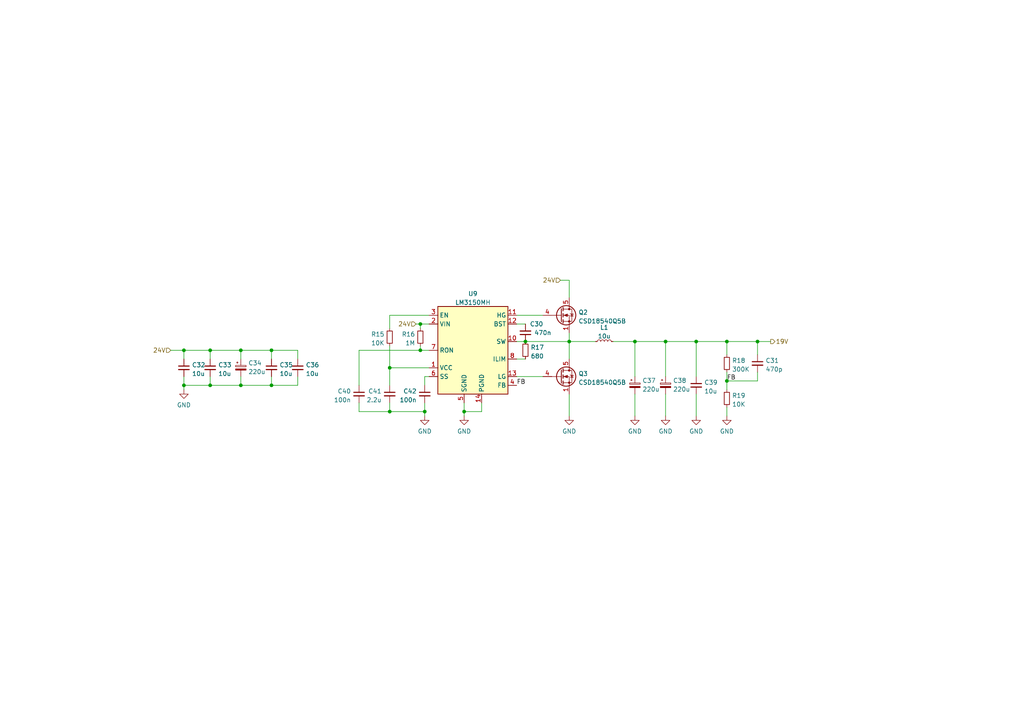
<source format=kicad_sch>
(kicad_sch (version 20211123) (generator eeschema)
  (paper "A4")
  (lib_symbols
    (symbol "Device:C_Polarized_Small" (pin_numbers hide) (pin_names (offset 0.254) hide)
      (property "Reference" "C" (at 0.254 1.778 0))
      (property "Value" "C_Polarized_Small" (at 0.254 -2.032 0))
      (symbol "C_Polarized_Small_0_1"
        (rectangle (start -1.524 -0.3048) (end 1.524 -0.6858) (fill (type outline)))
        (rectangle (start -1.524 0.6858) (end 1.524 0.3048))
        (polyline (pts (xy -1.27 1.524) (xy -0.762 1.524)))
        (polyline (pts (xy -1.016 1.27) (xy -1.016 1.778)))
      )
      (symbol "C_Polarized_Small_1_1"
        (pin passive line (at 0 2.54 270) (length 1.8542) (name "~") (number "1"))
        (pin passive line (at 0 -2.54 90) (length 1.8542) (name "~") (number "2"))
      )
    )
    (symbol "Device:C_Small" (pin_numbers hide) (pin_names (offset 0.254) hide)
      (property "Reference" "C" (at 0.254 1.778 0))
      (property "Value" "C_Small" (at 0.254 -2.032 0))
      (symbol "C_Small_0_1"
        (polyline (pts (xy -1.524 -0.508) (xy 1.524 -0.508)) (stroke (width 0.3302)))
        (polyline (pts (xy -1.524 0.508) (xy 1.524 0.508)) (stroke (width 0.3048)))
      )
      (symbol "C_Small_1_1"
        (pin passive line (at 0 2.54 270) (length 2.032) (name "~") (number "1"))
        (pin passive line (at 0 -2.54 90) (length 2.032) (name "~") (number "2"))
      )
    )
    (symbol "Device:L_Small" (pin_numbers hide) (pin_names (offset 0.254) hide)
      (property "Reference" "L" (at 0.762 1.016 0))
      (property "Value" "L_Small" (at 0.762 -1.016 0))
      (symbol "L_Small_0_1"
        (arc (start 0 -2.032) (mid 0.508 -1.524) (end 0 -1.016))
        (arc (start 0 -1.016) (mid 0.508 -0.508) (end 0 0))
        (arc (start 0 0) (mid 0.508 0.508) (end 0 1.016))
        (arc (start 0 1.016) (mid 0.508 1.524) (end 0 2.032))
      )
      (symbol "L_Small_1_1"
        (pin passive line (at 0 2.54 270) (length 0.508) (name "~") (number "1"))
        (pin passive line (at 0 -2.54 90) (length 0.508) (name "~") (number "2"))
      )
    )
    (symbol "Device:R_Small" (pin_numbers hide) (pin_names (offset 0.254) hide)
      (property "Reference" "R" (at 0.762 0.508 0))
      (property "Value" "R_Small" (at 0.762 -1.016 0))
      (symbol "R_Small_0_1"
        (rectangle (start -0.762 1.778) (end 0.762 -1.778) (stroke (width 0.2032)))
      )
      (symbol "R_Small_1_1"
        (pin passive line (at 0 2.54 270) (length 0.762) (name "~") (number "1"))
        (pin passive line (at 0 -2.54 90) (length 0.762) (name "~") (number "2"))
      )
    )
    (symbol "Regulator_Switching:LM3150MH"
      (property "Reference" "U" (at -10.16 13.97 0))
      (property "Value" "LM3150MH" (at 2.54 13.97 0))
      (symbol "LM3150MH_0_1"
        (rectangle (start -10.16 12.7) (end 10.16 -12.7) (stroke (width 0.254)) (fill (type background)))
      )
      (symbol "LM3150MH_1_1"
        (pin power_out line (at -12.7 -5.08 0) (length 2.54) (name "VCC") (number "1"))
        (pin output line (at 12.7 2.54 180) (length 2.54) (name "SW") (number "10"))
        (pin output line (at 12.7 10.16 180) (length 2.54) (name "HG") (number "11"))
        (pin passive line (at 12.7 7.62 180) (length 2.54) (name "BST") (number "12"))
        (pin output line (at 12.7 -7.62 180) (length 2.54) (name "LG") (number "13"))
        (pin power_in line (at 2.54 -15.24 90) (length 2.54) (name "PGND") (number "14"))
        (pin power_in line (at -2.54 -15.24 90) (length 2.54) hide (name "SGND") (number "15"))
        (pin power_in line (at -12.7 7.62 0) (length 2.54) (name "VIN") (number "2"))
        (pin input line (at -12.7 10.16 0) (length 2.54) (name "EN") (number "3"))
        (pin input line (at 12.7 -10.16 180) (length 2.54) (name "FB") (number "4"))
        (pin power_in line (at -2.54 -15.24 90) (length 2.54) (name "SGND") (number "5"))
        (pin passive line (at -12.7 -7.62 0) (length 2.54) (name "SS") (number "6"))
        (pin input line (at -12.7 0 0) (length 2.54) (name "RON") (number "7"))
        (pin input line (at 12.7 -2.54 180) (length 2.54) (name "ILIM") (number "8"))
        (pin power_in line (at -2.54 -15.24 90) (length 2.54) hide (name "SGND") (number "9"))
      )
    )
    (symbol "Transistor_FET:CSD18540Q5B" (pin_names hide)
      (property "Reference" "Q" (at 5.08 1.905 0))
      (property "Value" "CSD18540Q5B" (at 5.08 0 0))
      (symbol "CSD18540Q5B_0_1"
        (polyline (pts (xy 0.254 0) (xy -2.54 0)))
        (polyline (pts (xy 0.254 1.905) (xy 0.254 -1.905)) (stroke (width 0.254)))
        (polyline (pts (xy 0.762 -1.27) (xy 0.762 -2.286)) (stroke (width 0.254)))
        (polyline (pts (xy 0.762 0.508) (xy 0.762 -0.508)) (stroke (width 0.254)))
        (polyline (pts (xy 0.762 2.286) (xy 0.762 1.27)) (stroke (width 0.254)))
        (polyline (pts (xy 2.54 2.54) (xy 2.54 1.778)))
        (polyline (pts (xy 2.54 -2.54) (xy 2.54 0) (xy 0.762 0)))
        (polyline (pts (xy 0.762 -1.778) (xy 3.302 -1.778) (xy 3.302 1.778) (xy 0.762 1.778)))
        (polyline (pts (xy 1.016 0) (xy 2.032 0.381) (xy 2.032 -0.381) (xy 1.016 0)) (fill (type outline)))
        (polyline (pts (xy 2.794 0.508) (xy 2.921 0.381) (xy 3.683 0.381) (xy 3.81 0.254)))
        (polyline (pts (xy 3.302 0.381) (xy 2.921 -0.254) (xy 3.683 -0.254) (xy 3.302 0.381)))
        (circle (center 1.651 0) (radius 2.794) (stroke (width 0.254)))
        (circle (center 2.54 -1.778) (radius 0.254) (fill (type outline)))
        (circle (center 2.54 1.778) (radius 0.254) (fill (type outline)))
      )
      (symbol "CSD18540Q5B_1_1"
        (pin passive line (at 2.54 -5.08 90) (length 2.54) (name "S") (number "1"))
        (pin passive line (at 2.54 -5.08 90) (length 2.54) hide (name "S") (number "2"))
        (pin passive line (at 2.54 -5.08 90) (length 2.54) hide (name "S") (number "3"))
        (pin passive line (at -5.08 0 0) (length 2.54) (name "G") (number "4"))
        (pin passive line (at 2.54 5.08 270) (length 2.54) (name "D") (number "5"))
      )
    )
    (symbol "power:GND" (power) (pin_names (offset 0))
      (property "Value" "GND" (at 0 -3.81 0))
      (symbol "GND_0_1"
        (polyline (pts (xy 0 0) (xy 0 -1.27) (xy 1.27 -1.27) (xy 0 -2.54) (xy -1.27 -1.27) (xy 0 -1.27)))
      )
      (symbol "GND_1_1"
        (pin power_in line (at 0 0 270) (length 0) hide (name "GND") (number "1"))
      )
    )
  )
  (junction (at 134.62 119.38))
  (junction (at 113.03 106.68))
  (junction (at 53.34 111.76))
  (junction (at 78.74 111.76))
  (junction (at 219.71 99.06))
  (junction (at 201.93 99.06))
  (junction (at 60.96 101.6))
  (junction (at 69.85 111.76))
  (junction (at 113.03 119.38))
  (junction (at 184.15 99.06))
  (junction (at 165.1 99.06))
  (junction (at 53.34 101.6))
  (junction (at 152.4 99.06))
  (junction (at 123.19 119.38))
  (junction (at 78.74 101.6))
  (junction (at 60.96 111.76))
  (junction (at 121.92 101.6))
  (junction (at 210.82 99.06))
  (junction (at 193.04 99.06))
  (junction (at 69.85 101.6))
  (junction (at 210.82 110.49))
  (junction (at 121.92 93.98))
  (wire (pts (xy 121.92 101.6) (xy 121.92 100.33)))
  (wire (pts (xy 201.93 114.3) (xy 201.93 120.65)))
  (wire (pts (xy 210.82 99.06) (xy 210.82 102.87)))
  (wire (pts (xy 113.03 100.33) (xy 113.03 106.68)))
  (wire (pts (xy 123.19 111.76) (xy 123.19 109.22)))
  (wire (pts (xy 69.85 101.6) (xy 78.74 101.6)))
  (wire (pts (xy 121.92 93.98) (xy 121.92 95.25)))
  (wire (pts (xy 53.34 109.22) (xy 53.34 111.76)))
  (wire (pts (xy 201.93 99.06) (xy 201.93 109.22)))
  (wire (pts (xy 113.03 119.38) (xy 123.19 119.38)))
  (wire (pts (xy 113.03 95.25) (xy 113.03 91.44)))
  (wire (pts (xy 78.74 101.6) (xy 78.74 104.14)))
  (wire (pts (xy 123.19 109.22) (xy 124.46 109.22)))
  (wire (pts (xy 184.15 99.06) (xy 184.15 109.22)))
  (wire (pts (xy 193.04 114.3) (xy 193.04 120.65)))
  (wire (pts (xy 165.1 81.28) (xy 165.1 86.36)))
  (wire (pts (xy 124.46 101.6) (xy 121.92 101.6)))
  (wire (pts (xy 193.04 99.06) (xy 201.93 99.06)))
  (wire (pts (xy 184.15 99.06) (xy 193.04 99.06)))
  (wire (pts (xy 104.14 111.76) (xy 104.14 101.6)))
  (wire (pts (xy 149.86 109.22) (xy 157.48 109.22)))
  (wire (pts (xy 123.19 116.84) (xy 123.19 119.38)))
  (wire (pts (xy 134.62 119.38) (xy 134.62 120.65)))
  (wire (pts (xy 139.7 116.84) (xy 139.7 119.38)))
  (wire (pts (xy 69.85 101.6) (xy 69.85 104.14)))
  (wire (pts (xy 139.7 119.38) (xy 134.62 119.38)))
  (wire (pts (xy 149.86 104.14) (xy 152.4 104.14)))
  (wire (pts (xy 49.53 101.6) (xy 53.34 101.6)))
  (wire (pts (xy 86.36 101.6) (xy 86.36 104.14)))
  (wire (pts (xy 219.71 99.06) (xy 219.71 102.87)))
  (wire (pts (xy 78.74 111.76) (xy 86.36 111.76)))
  (wire (pts (xy 184.15 114.3) (xy 184.15 120.65)))
  (wire (pts (xy 113.03 106.68) (xy 124.46 106.68)))
  (wire (pts (xy 69.85 111.76) (xy 78.74 111.76)))
  (wire (pts (xy 113.03 91.44) (xy 124.46 91.44)))
  (wire (pts (xy 121.92 93.98) (xy 124.46 93.98)))
  (wire (pts (xy 120.65 93.98) (xy 121.92 93.98)))
  (wire (pts (xy 149.86 93.98) (xy 152.4 93.98)))
  (wire (pts (xy 60.96 101.6) (xy 69.85 101.6)))
  (wire (pts (xy 149.86 99.06) (xy 152.4 99.06)))
  (wire (pts (xy 152.4 99.06) (xy 165.1 99.06)))
  (wire (pts (xy 210.82 107.95) (xy 210.82 110.49)))
  (wire (pts (xy 193.04 99.06) (xy 193.04 109.22)))
  (wire (pts (xy 78.74 101.6) (xy 86.36 101.6)))
  (wire (pts (xy 177.8 99.06) (xy 184.15 99.06)))
  (wire (pts (xy 78.74 109.22) (xy 78.74 111.76)))
  (wire (pts (xy 53.34 101.6) (xy 53.34 104.14)))
  (wire (pts (xy 60.96 101.6) (xy 60.96 104.14)))
  (wire (pts (xy 210.82 99.06) (xy 219.71 99.06)))
  (wire (pts (xy 165.1 99.06) (xy 172.72 99.06)))
  (wire (pts (xy 113.03 116.84) (xy 113.03 119.38)))
  (wire (pts (xy 162.56 81.28) (xy 165.1 81.28)))
  (wire (pts (xy 201.93 99.06) (xy 210.82 99.06)))
  (wire (pts (xy 53.34 111.76) (xy 53.34 113.03)))
  (wire (pts (xy 149.86 91.44) (xy 157.48 91.44)))
  (wire (pts (xy 86.36 111.76) (xy 86.36 109.22)))
  (wire (pts (xy 210.82 118.11) (xy 210.82 120.65)))
  (wire (pts (xy 165.1 114.3) (xy 165.1 120.65)))
  (wire (pts (xy 219.71 107.95) (xy 219.71 110.49)))
  (wire (pts (xy 165.1 96.52) (xy 165.1 99.06)))
  (wire (pts (xy 219.71 110.49) (xy 210.82 110.49)))
  (wire (pts (xy 104.14 116.84) (xy 104.14 119.38)))
  (wire (pts (xy 219.71 99.06) (xy 223.52 99.06)))
  (wire (pts (xy 69.85 109.22) (xy 69.85 111.76)))
  (wire (pts (xy 104.14 101.6) (xy 121.92 101.6)))
  (wire (pts (xy 134.62 116.84) (xy 134.62 119.38)))
  (wire (pts (xy 53.34 111.76) (xy 60.96 111.76)))
  (wire (pts (xy 165.1 99.06) (xy 165.1 104.14)))
  (wire (pts (xy 53.34 101.6) (xy 60.96 101.6)))
  (wire (pts (xy 113.03 111.76) (xy 113.03 106.68)))
  (wire (pts (xy 60.96 109.22) (xy 60.96 111.76)))
  (wire (pts (xy 210.82 110.49) (xy 210.82 113.03)))
  (wire (pts (xy 104.14 119.38) (xy 113.03 119.38)))
  (wire (pts (xy 123.19 119.38) (xy 123.19 120.65)))
  (wire (pts (xy 60.96 111.76) (xy 69.85 111.76)))
  (label "FB" (at 210.82 110.49 0))
  (label "FB" (at 149.86 111.76 0))
  (hierarchical_label "24V" (shape input) (at 120.65 93.98 180))
  (hierarchical_label "24V" (shape input) (at 49.53 101.6 180))
  (hierarchical_label "24V" (shape input) (at 162.56 81.28 180))
  (hierarchical_label "19V" (shape output) (at 223.52 99.06 0))
  (symbol (lib_id "Device:C_Small") (at 201.93 111.76 0) (unit 1)
    (property "Reference" "C39" (at 204.2541 110.9316 0) (effects (justify left)))
    (property "Value" "10u" (at 204.2541 113.4685 0) (effects (justify left)))
  )
  (symbol (lib_id "power:GND") (at 134.62 120.65 0) (unit 1)
    (property "Reference" "#PWR064" (effects hide))
    (property "Value" "GND" (at 134.62 125.0934 0))
  )
  (symbol (lib_id "Device:R_Small") (at 210.82 115.57 180) (unit 1)
    (property "Reference" "R19" (at 212.3186 114.7353 0) (effects (justify right)))
    (property "Value" "10K" (at 212.3186 117.2722 0) (effects (justify right)))
  )
  (symbol (lib_id "Device:R_Small") (at 121.92 97.79 180) (unit 1)
    (property "Reference" "R16" (at 120.4214 96.9553 0) (effects (justify left)))
    (property "Value" "1M" (at 120.4214 99.4922 0) (effects (justify left)))
  )
  (symbol (lib_id "Device:C_Small") (at 113.03 114.3 0) (unit 1)
    (property "Reference" "C41" (at 110.706 113.4716 0) (effects (justify right)))
    (property "Value" "2.2u" (at 110.706 116.0085 0) (effects (justify right)))
  )
  (symbol (lib_id "Device:C_Polarized_Small") (at 69.85 106.68 0) (unit 1)
    (property "Reference" "C34" (at 72.009 105.2992 0) (effects (justify left)))
    (property "Value" "220u" (at 72.009 107.8361 0) (effects (justify left)))
  )
  (symbol (lib_id "power:GND") (at 53.34 113.03 0) (unit 1)
    (property "Reference" "#PWR062" (effects hide))
    (property "Value" "GND" (at 53.34 117.4734 0))
  )
  (symbol (lib_id "Device:C_Polarized_Small") (at 184.15 111.76 0) (unit 1)
    (property "Reference" "C37" (at 186.309 110.3792 0) (effects (justify left)))
    (property "Value" "220u" (at 186.309 112.9161 0) (effects (justify left)))
  )
  (symbol (lib_id "Device:C_Small") (at 53.34 106.68 0) (unit 1)
    (property "Reference" "C32" (at 55.6641 105.8516 0) (effects (justify left)))
    (property "Value" "10u" (at 55.6641 108.3885 0) (effects (justify left)))
  )
  (symbol (lib_id "Device:C_Small") (at 104.14 114.3 0) (unit 1)
    (property "Reference" "C40" (at 101.8159 113.4716 0) (effects (justify right)))
    (property "Value" "100n" (at 101.8159 116.0085 0) (effects (justify right)))
  )
  (symbol (lib_id "Device:C_Polarized_Small") (at 193.04 111.76 0) (unit 1)
    (property "Reference" "C38" (at 195.199 110.3792 0) (effects (justify left)))
    (property "Value" "220u" (at 195.199 112.9161 0) (effects (justify left)))
  )
  (symbol (lib_id "power:GND") (at 193.04 120.65 0) (unit 1)
    (property "Reference" "#PWR067" (effects hide))
    (property "Value" "GND" (at 193.04 125.0934 0))
  )
  (symbol (lib_id "power:GND") (at 165.1 120.65 0) (unit 1)
    (property "Reference" "#PWR065" (effects hide))
    (property "Value" "GND" (at 165.1 125.0934 0))
  )
  (symbol (lib_id "power:GND") (at 184.15 120.65 0) (unit 1)
    (property "Reference" "#PWR066" (effects hide))
    (property "Value" "GND" (at 184.15 125.0934 0))
  )
  (symbol (lib_id "power:GND") (at 123.19 120.65 0) (unit 1)
    (property "Reference" "#PWR063" (effects hide))
    (property "Value" "GND" (at 123.19 125.0934 0))
  )
  (symbol (lib_id "Device:L_Small") (at 175.26 99.06 90) (unit 1)
    (property "Reference" "L1" (at 175.26 94.9792 90))
    (property "Value" "10u" (at 175.26 97.5161 90))
  )
  (symbol (lib_id "Device:R_Small") (at 210.82 105.41 180) (unit 1)
    (property "Reference" "R18" (at 212.3186 104.5753 0) (effects (justify right)))
    (property "Value" "300K" (at 212.3186 107.1122 0) (effects (justify right)))
  )
  (symbol (lib_id "Device:R_Small") (at 113.03 97.79 180) (unit 1)
    (property "Reference" "R15" (at 111.5314 96.9553 0) (effects (justify left)))
    (property "Value" "10K" (at 111.5314 99.4922 0) (effects (justify left)))
  )
  (symbol (lib_id "Device:C_Small") (at 152.4 96.52 180) (unit 1)
    (property "Reference" "C30" (at 153.67 93.98 0) (effects (justify right)))
    (property "Value" "470n" (at 154.94 96.52 0) (effects (justify right)))
  )
  (symbol (lib_id "Device:C_Small") (at 123.19 114.3 0) (unit 1)
    (property "Reference" "C42" (at 120.8659 113.4716 0) (effects (justify right)))
    (property "Value" "100n" (at 120.8659 116.0085 0) (effects (justify right)))
  )
  (symbol (lib_id "Regulator_Switching:LM3150MH") (at 137.16 101.6 0) (unit 1)
    (property "Reference" "U9" (at 137.16 85.2002 0))
    (property "Value" "LM3150MH" (at 137.16 87.7371 0))
    (property "Footprint" "Package_SO:HTSSOP-14-1EP_4.4x5mm_P0.65mm_EP3.4x5mm_Mask3x3.1mm" (effects hide))
    (property "Datasheet" "http://www.ti.com/lit/ds/symlink/lm3150.pdf" (effects hide))
  )
  (symbol (lib_id "Device:C_Small") (at 60.96 106.68 0) (unit 1)
    (property "Reference" "C33" (at 63.2841 105.8516 0) (effects (justify left)))
    (property "Value" "10u" (at 63.2841 108.3885 0) (effects (justify left)))
  )
  (symbol (lib_id "Device:C_Small") (at 78.74 106.68 0) (unit 1)
    (property "Reference" "C35" (at 81.0641 105.8516 0) (effects (justify left)))
    (property "Value" "10u" (at 81.0641 108.3885 0) (effects (justify left)))
  )
  (symbol (lib_id "Transistor_FET:CSD18540Q5B") (at 162.56 109.22 0) (unit 1)
    (property "Reference" "Q3" (at 167.767 108.3853 0) (effects (justify left)))
    (property "Value" "CSD18540Q5B" (at 167.767 110.9222 0) (effects (justify left)))
    (property "Footprint" "Package_TO_SOT_SMD:TDSON-8-1" (effects hide))
    (property "Datasheet" "http://www.ti.com/lit/gpn/csd18540q5b" (effects hide))
  )
  (symbol (lib_id "Device:C_Small") (at 86.36 106.68 0) (unit 1)
    (property "Reference" "C36" (at 88.6841 105.8516 0) (effects (justify left)))
    (property "Value" "10u" (at 88.6841 108.3885 0) (effects (justify left)))
  )
  (symbol (lib_id "power:GND") (at 201.93 120.65 0) (unit 1)
    (property "Reference" "#PWR068" (effects hide))
    (property "Value" "GND" (at 201.93 125.0934 0))
  )
  (symbol (lib_id "Device:R_Small") (at 152.4 101.6 180) (unit 1)
    (property "Reference" "R17" (at 153.8986 100.7653 0) (effects (justify right)))
    (property "Value" "680" (at 153.8986 103.3022 0) (effects (justify right)))
  )
  (symbol (lib_id "Device:C_Small") (at 219.71 105.41 0) (unit 1)
    (property "Reference" "C31" (at 222.0341 104.5816 0) (effects (justify left)))
    (property "Value" "470p" (at 222.0341 107.1185 0) (effects (justify left)))
  )
  (symbol (lib_id "Transistor_FET:CSD18540Q5B") (at 162.56 91.44 0) (unit 1)
    (property "Reference" "Q2" (at 167.767 90.6053 0) (effects (justify left)))
    (property "Value" "CSD18540Q5B" (at 167.767 93.1422 0) (effects (justify left)))
    (property "Footprint" "Package_TO_SOT_SMD:TDSON-8-1" (effects hide))
    (property "Datasheet" "http://www.ti.com/lit/gpn/csd18540q5b" (effects hide))
  )
  (symbol (lib_id "power:GND") (at 210.82 120.65 0) (unit 1)
    (property "Reference" "#PWR069" (effects hide))
    (property "Value" "GND" (at 210.82 125.0934 0))
  )
)
</source>
